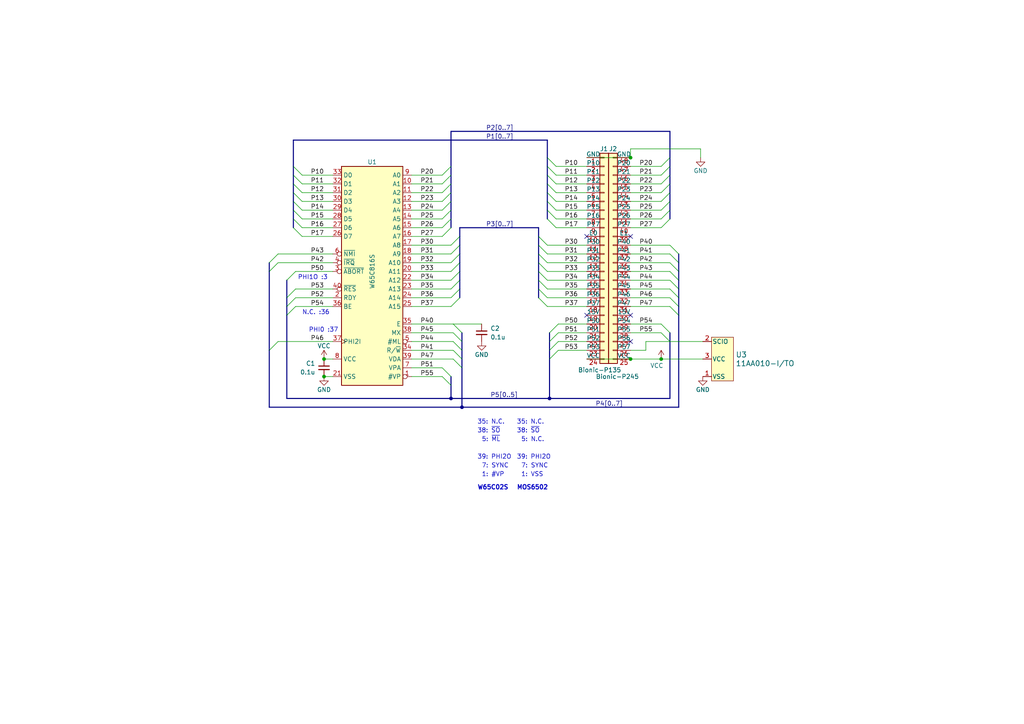
<source format=kicad_sch>
(kicad_sch (version 20230121) (generator eeschema)
  (paper "A4")
  (title_block (title "BionicMOS6502") (date "2024-03-13") (rev "4") (company "Tadashi G. Takaoka"))
  (lib_symbols
    (symbol "0-LocalLibrary:11AA010-I_TO" (pin_names (offset 0.254))
      (property "Reference" "U" (at 2.54 1.27 0))
      (property "Value" "11AA010-I/TO" (at 3.81 -13.97 0))
      (symbol "11AA010-I_TO_1_1"
        (rectangle (start 0 0) (end 6.35 -12.7) (fill (type background)))
        (pin power_in line (at -2.54 -11.43 0) (length 2.54) (name "VSS") (number "1"))
        (pin bidirectional line (at -2.54 -1.27 0) (length 2.54) (name "SCIO") (number "2"))
        (pin power_in line (at -2.54 -6.35 0) (length 2.54) (name "VCC") (number "3"))
      )
    )
    (symbol "0-LocalLibrary:Bionic-P135" (pin_names (offset 0))
      (property "Reference" "J" (at 0 30.48 0))
      (property "Value" "Bionic-P135" (at -1.27 -33.02 0))
      (symbol "Bionic-P135_1_1"
        (rectangle (start -1.27 -30.353) (end 0 -30.607) (stroke (width 0.1524)))
        (rectangle (start -1.27 -27.813) (end 0 -28.067) (stroke (width 0.1524)))
        (rectangle (start -1.27 -25.273) (end 0 -25.527) (stroke (width 0.1524)))
        (rectangle (start -1.27 -22.733) (end 0 -22.987) (stroke (width 0.1524)))
        (rectangle (start -1.27 -20.193) (end 0 -20.447) (stroke (width 0.1524)))
        (rectangle (start -1.27 -17.653) (end 0 -17.907) (stroke (width 0.1524)))
        (rectangle (start -1.27 -15.113) (end 0 -15.367) (stroke (width 0.1524)))
        (rectangle (start -1.27 -12.573) (end 0 -12.827) (stroke (width 0.1524)))
        (rectangle (start -1.27 -10.033) (end 0 -10.287) (stroke (width 0.1524)))
        (rectangle (start -1.27 -7.493) (end 0 -7.747) (stroke (width 0.1524)))
        (rectangle (start -1.27 -4.953) (end 0 -5.207) (stroke (width 0.1524)))
        (rectangle (start -1.27 -2.413) (end 0 -2.667) (stroke (width 0.1524)))
        (rectangle (start -1.27 0.127) (end 0 -0.127) (stroke (width 0.1524)))
        (rectangle (start -1.27 2.667) (end 0 2.413) (stroke (width 0.1524)))
        (rectangle (start -1.27 5.207) (end 0 4.953) (stroke (width 0.1524)))
        (rectangle (start -1.27 7.747) (end 0 7.493) (stroke (width 0.1524)))
        (rectangle (start -1.27 10.287) (end 0 10.033) (stroke (width 0.1524)))
        (rectangle (start -1.27 12.827) (end 0 12.573) (stroke (width 0.1524)))
        (rectangle (start -1.27 15.367) (end 0 15.113) (stroke (width 0.1524)))
        (rectangle (start -1.27 17.907) (end 0 17.653) (stroke (width 0.1524)))
        (rectangle (start -1.27 20.447) (end 0 20.193) (stroke (width 0.1524)))
        (rectangle (start -1.27 22.987) (end 0 22.733) (stroke (width 0.1524)))
        (rectangle (start -1.27 25.527) (end 0 25.273) (stroke (width 0.1524)))
        (rectangle (start -1.27 28.067) (end 0 27.813) (stroke (width 0.1524)))
        (rectangle (start -1.27 29.21) (end 1.27 -31.75) (stroke (width 0.254)) (fill (type background)))
        (pin power_out line (at -5.08 27.94 0) (length 3.81) (name "GND") (number "1"))
        (pin bidirectional line (at -5.08 5.08 0) (length 3.81) (name "E0") (number "10"))
        (pin bidirectional line (at -5.08 2.54 0) (length 3.81) (name "P30") (number "11"))
        (pin bidirectional line (at -5.08 0 0) (length 3.81) (name "P31") (number "12"))
        (pin bidirectional line (at -5.08 -2.54 0) (length 3.81) (name "P32") (number "13"))
        (pin bidirectional line (at -5.08 -5.08 0) (length 3.81) (name "P33") (number "14"))
        (pin bidirectional line (at -5.08 -7.62 0) (length 3.81) (name "P34") (number "15"))
        (pin bidirectional line (at -5.08 -10.16 0) (length 3.81) (name "P35") (number "16"))
        (pin bidirectional line (at -5.08 -12.7 0) (length 3.81) (name "P36") (number "17"))
        (pin bidirectional line (at -5.08 -15.24 0) (length 3.81) (name "P37") (number "18"))
        (pin power_out line (at -5.08 -17.78 0) (length 3.81) (name "15V") (number "19"))
        (pin bidirectional line (at -5.08 25.4 0) (length 3.81) (name "P10") (number "2"))
        (pin bidirectional line (at -5.08 -20.32 0) (length 3.81) (name "P50") (number "20"))
        (pin bidirectional line (at -5.08 -22.86 0) (length 3.81) (name "P51") (number "21"))
        (pin bidirectional line (at -5.08 -25.4 0) (length 3.81) (name "P52") (number "22"))
        (pin bidirectional line (at -5.08 -27.94 0) (length 3.81) (name "P53") (number "23"))
        (pin power_out line (at -5.08 -30.48 0) (length 3.81) (name "VCC") (number "24"))
        (pin bidirectional line (at -5.08 22.86 0) (length 3.81) (name "P11") (number "3"))
        (pin bidirectional line (at -5.08 20.32 0) (length 3.81) (name "P12") (number "4"))
        (pin bidirectional line (at -5.08 17.78 0) (length 3.81) (name "P13") (number "5"))
        (pin bidirectional line (at -5.08 15.24 0) (length 3.81) (name "P14") (number "6"))
        (pin bidirectional line (at -5.08 12.7 0) (length 3.81) (name "P15") (number "7"))
        (pin bidirectional line (at -5.08 10.16 0) (length 3.81) (name "P16") (number "8"))
        (pin bidirectional line (at -5.08 7.62 0) (length 3.81) (name "P17") (number "9"))
      )
    )
    (symbol "0-LocalLibrary:Bionic-P245" (pin_names (offset 0))
      (property "Reference" "J" (at -3.81 30.48 0))
      (property "Value" "Bionic-P245" (at -1.27 -33.02 0))
      (symbol "Bionic-P245_1_1"
        (rectangle (start -5.08 -31.75) (end -2.54 29.21) (stroke (width 0.254)) (fill (type background)))
        (rectangle (start -3.81 -30.607) (end -2.54 -30.353) (stroke (width 0.1524)))
        (rectangle (start -3.81 -28.067) (end -2.54 -27.813) (stroke (width 0.1524)))
        (rectangle (start -3.81 -25.527) (end -2.54 -25.273) (stroke (width 0.1524)))
        (rectangle (start -3.81 -22.987) (end -2.54 -22.733) (stroke (width 0.1524)))
        (rectangle (start -3.81 -20.447) (end -2.54 -20.193) (stroke (width 0.1524)))
        (rectangle (start -3.81 -17.907) (end -2.54 -17.653) (stroke (width 0.1524)))
        (rectangle (start -3.81 -15.367) (end -2.54 -15.113) (stroke (width 0.1524)))
        (rectangle (start -3.81 -12.827) (end -2.54 -12.573) (stroke (width 0.1524)))
        (rectangle (start -3.81 -10.287) (end -2.54 -10.033) (stroke (width 0.1524)))
        (rectangle (start -3.81 -7.747) (end -2.54 -7.493) (stroke (width 0.1524)))
        (rectangle (start -3.81 -5.207) (end -2.54 -4.953) (stroke (width 0.1524)))
        (rectangle (start -3.81 -2.667) (end -2.54 -2.413) (stroke (width 0.1524)))
        (rectangle (start -3.81 -0.127) (end -2.54 0.127) (stroke (width 0.1524)))
        (rectangle (start -3.81 2.413) (end -2.54 2.667) (stroke (width 0.1524)))
        (rectangle (start -3.81 4.953) (end -2.54 5.207) (stroke (width 0.1524)))
        (rectangle (start -3.81 7.493) (end -2.54 7.747) (stroke (width 0.1524)))
        (rectangle (start -3.81 10.033) (end -2.54 10.287) (stroke (width 0.1524)))
        (rectangle (start -3.81 12.573) (end -2.54 12.827) (stroke (width 0.1524)))
        (rectangle (start -3.81 15.113) (end -2.54 15.367) (stroke (width 0.1524)))
        (rectangle (start -3.81 17.653) (end -2.54 17.907) (stroke (width 0.1524)))
        (rectangle (start -3.81 20.193) (end -2.54 20.447) (stroke (width 0.1524)))
        (rectangle (start -3.81 22.733) (end -2.54 22.987) (stroke (width 0.1524)))
        (rectangle (start -3.81 25.273) (end -2.54 25.527) (stroke (width 0.1524)))
        (rectangle (start -3.81 27.813) (end -2.54 28.067) (stroke (width 0.1524)))
        (pin power_in line (at 1.27 -30.48 180) (length 3.81) (name "VCC") (number "25"))
        (pin bidirectional line (at 1.27 -27.94 180) (length 3.81) (name "P57") (number "26"))
        (pin bidirectional line (at 1.27 -25.4 180) (length 3.81) (name "P56") (number "27"))
        (pin bidirectional line (at 1.27 -22.86 180) (length 3.81) (name "P55") (number "28"))
        (pin bidirectional line (at 1.27 -20.32 180) (length 3.81) (name "P54") (number "29"))
        (pin power_in line (at 1.27 -17.78 180) (length 3.81) (name "15V") (number "30"))
        (pin bidirectional line (at 1.27 -15.24 180) (length 3.81) (name "P47") (number "31"))
        (pin bidirectional line (at 1.27 -12.7 180) (length 3.81) (name "P46") (number "32"))
        (pin bidirectional line (at 1.27 -10.16 180) (length 3.81) (name "P45") (number "33"))
        (pin bidirectional line (at 1.27 -7.62 180) (length 3.81) (name "P44") (number "34"))
        (pin bidirectional line (at 1.27 -5.08 180) (length 3.81) (name "P43") (number "35"))
        (pin bidirectional line (at 1.27 -2.54 180) (length 3.81) (name "P42") (number "36"))
        (pin bidirectional line (at 1.27 0 180) (length 3.81) (name "P41") (number "37"))
        (pin bidirectional line (at 1.27 2.54 180) (length 3.81) (name "P40") (number "38"))
        (pin bidirectional line (at 1.27 5.08 180) (length 3.81) (name "E1") (number "39"))
        (pin bidirectional line (at 1.27 7.62 180) (length 3.81) (name "P27") (number "40"))
        (pin bidirectional line (at 1.27 10.16 180) (length 3.81) (name "P26") (number "41"))
        (pin bidirectional line (at 1.27 12.7 180) (length 3.81) (name "P25") (number "42"))
        (pin bidirectional line (at 1.27 15.24 180) (length 3.81) (name "P24") (number "43"))
        (pin bidirectional line (at 1.27 17.78 180) (length 3.81) (name "P23") (number "44"))
        (pin bidirectional line (at 1.27 20.32 180) (length 3.81) (name "P22") (number "45"))
        (pin bidirectional line (at 1.27 22.86 180) (length 3.81) (name "P21") (number "46"))
        (pin bidirectional line (at 1.27 25.4 180) (length 3.81) (name "P20") (number "47"))
        (pin power_in line (at 1.27 27.94 180) (length 3.81) (name "GND") (number "48"))
      )
    )
    (symbol "0-LocalLibrary:W65C816S"
      (property "Reference" "U" (at -1.27 31.75 0))
      (property "Value" "W65C816S" (at 0 -3.81 90))
      (symbol "W65C816S_0_0"
        (pin output line (at 11.43 -15.24 180) (length 2.54) (name "E") (number "35"))
        (pin input line (at -11.43 -10.16 0) (length 2.54) (name "BE") (number "36"))
        (pin output inverted (at 11.43 -20.32 180) (length 2.54) (name "#ML") (number "5"))
      )
      (symbol "W65C816S_0_1"
        (rectangle (start -8.89 -33.02) (end 8.89 30.48) (stroke (width 0.254)) (fill (type background)))
      )
      (symbol "W65C816S_1_1"
        (pin output inverted (at 11.43 -30.48 180) (length 2.54) (name "#VP") (number "1"))
        (pin output line (at 11.43 25.4 180) (length 2.54) (name "A1") (number "10"))
        (pin output line (at 11.43 22.86 180) (length 2.54) (name "A2") (number "11"))
        (pin output line (at 11.43 20.32 180) (length 2.54) (name "A3") (number "12"))
        (pin output line (at 11.43 17.78 180) (length 2.54) (name "A4") (number "13"))
        (pin output line (at 11.43 15.24 180) (length 2.54) (name "A5") (number "14"))
        (pin output line (at 11.43 12.7 180) (length 2.54) (name "A6") (number "15"))
        (pin output line (at 11.43 10.16 180) (length 2.54) (name "A7") (number "16"))
        (pin output line (at 11.43 7.62 180) (length 2.54) (name "A8") (number "17"))
        (pin output line (at 11.43 5.08 180) (length 2.54) (name "A9") (number "18"))
        (pin output line (at 11.43 2.54 180) (length 2.54) (name "A10") (number "19"))
        (pin input line (at -11.43 -7.62 0) (length 2.54) (name "RDY") (number "2"))
        (pin output line (at 11.43 0 180) (length 2.54) (name "A11") (number "20"))
        (pin power_in line (at -11.43 -30.48 0) (length 2.54) (name "VSS") (number "21"))
        (pin output line (at 11.43 -2.54 180) (length 2.54) (name "A12") (number "22"))
        (pin output line (at 11.43 -5.08 180) (length 2.54) (name "A13") (number "23"))
        (pin output line (at 11.43 -7.62 180) (length 2.54) (name "A14") (number "24"))
        (pin output line (at 11.43 -10.16 180) (length 2.54) (name "A15") (number "25"))
        (pin bidirectional line (at -11.43 10.16 0) (length 2.54) (name "D7") (number "26"))
        (pin bidirectional line (at -11.43 12.7 0) (length 2.54) (name "D6") (number "27"))
        (pin bidirectional line (at -11.43 15.24 0) (length 2.54) (name "D5") (number "28"))
        (pin bidirectional line (at -11.43 17.78 0) (length 2.54) (name "D4") (number "29"))
        (pin input inverted (at -11.43 0 0) (length 2.54) (name "~{ABORT}") (number "3"))
        (pin bidirectional line (at -11.43 20.32 0) (length 2.54) (name "D3") (number "30"))
        (pin bidirectional line (at -11.43 22.86 0) (length 2.54) (name "D2") (number "31"))
        (pin bidirectional line (at -11.43 25.4 0) (length 2.54) (name "D1") (number "32"))
        (pin bidirectional line (at -11.43 27.94 0) (length 2.54) (name "D0") (number "33"))
        (pin output line (at 11.43 -22.86 180) (length 2.54) (name "R/~{W}") (number "34"))
        (pin input clock (at -11.43 -20.32 0) (length 2.54) (name "PHI2I") (number "37"))
        (pin output line (at 11.43 -17.78 180) (length 2.54) (name "MX") (number "38"))
        (pin output line (at 11.43 -25.4 180) (length 2.54) (name "VDA") (number "39"))
        (pin input inverted (at -11.43 2.54 0) (length 2.54) (name "~{IRQ}") (number "4"))
        (pin input inverted (at -11.43 -5.08 0) (length 2.54) (name "~{RES}") (number "40"))
        (pin input inverted (at -11.43 5.08 0) (length 2.54) (name "~{NMI}") (number "6"))
        (pin output line (at 11.43 -27.94 180) (length 2.54) (name "VPA") (number "7"))
        (pin power_in line (at -11.43 -25.4 0) (length 2.54) (name "VCC") (number "8"))
        (pin output line (at 11.43 27.94 180) (length 2.54) (name "A0") (number "9"))
      )
    )
    (symbol "Device:C_Small" (pin_numbers hide) (pin_names (offset 0.254) hide)
      (property "Reference" "C" (at 0.254 1.778 0))
      (property "Value" "C_Small" (at 0.254 -2.032 0))
      (symbol "C_Small_0_1"
        (polyline (pts (xy -1.524 -0.508) (xy 1.524 -0.508)) (stroke (width 0.3302)))
        (polyline (pts (xy -1.524 0.508) (xy 1.524 0.508)) (stroke (width 0.3048)))
      )
      (symbol "C_Small_1_1"
        (pin passive line (at 0 2.54 270) (length 2.032) (name "~") (number "1"))
        (pin passive line (at 0 -2.54 90) (length 2.032) (name "~") (number "2"))
      )
    )
    (symbol "power:GND" (power) (pin_names (offset 0))
      (property "Value" "GND" (at 0 -3.81 0))
      (symbol "GND_0_1"
        (polyline (pts (xy 0 0) (xy 0 -1.27) (xy 1.27 -1.27) (xy 0 -2.54) (xy -1.27 -1.27) (xy 0 -1.27)))
      )
      (symbol "GND_1_1"
        (pin power_in line (at 0 0 270) (length 0) hide (name "GND") (number "1"))
      )
    )
    (symbol "power:VCC" (power) (pin_names (offset 0))
      (property "Value" "VCC" (at 0 3.81 0))
      (symbol "VCC_0_1"
        (polyline (pts (xy -0.762 1.27) (xy 0 2.54)))
        (polyline (pts (xy 0 0) (xy 0 2.54)))
        (polyline (pts (xy 0 2.54) (xy 0.762 1.27)))
      )
      (symbol "VCC_1_1"
        (pin power_in line (at 0 0 90) (length 0) hide (name "VCC") (number "1"))
      )
    )
  )
  (junction (at 159.385 115.57))
  (junction (at 93.98 109.22))
  (junction (at 182.88 104.14))
  (junction (at 191.77 104.14))
  (junction (at 133.985 118.11))
  (junction (at 182.88 45.72))
  (junction (at 130.81 115.57))
  (junction (at 93.98 104.14))
  (no_connect (at 170.18 68.58))
  (no_connect (at 182.88 68.58))
  (no_connect (at 182.88 99.06))
  (no_connect (at 170.18 91.44))
  (no_connect (at 182.88 91.44))
  (bus_entry (at 83.185 81.28) (size 2.54 -2.54))
  (bus_entry (at 87.63 60.96) (size -2.54 -2.54))
  (bus_entry (at 87.63 66.04) (size -2.54 -2.54))
  (bus_entry (at 85.725 88.9) (size -2.54 2.54))
  (bus_entry (at 130.81 50.8) (size -2.54 2.54))
  (bus_entry (at 130.81 71.12) (size 2.54 -2.54))
  (bus_entry (at 130.81 53.34) (size -2.54 2.54))
  (bus_entry (at 194.31 73.66) (size 2.54 2.54))
  (bus_entry (at 156.21 73.66) (size 2.54 2.54))
  (bus_entry (at 130.81 60.96) (size -2.54 2.54))
  (bus_entry (at 87.63 58.42) (size -2.54 -2.54))
  (bus_entry (at 191.77 93.98) (size 2.54 2.54))
  (bus_entry (at 130.81 81.28) (size 2.54 -2.54))
  (bus_entry (at 161.29 58.42) (size -2.54 -2.54))
  (bus_entry (at 130.81 58.42) (size -2.54 2.54))
  (bus_entry (at 194.31 55.88) (size -2.54 2.54))
  (bus_entry (at 85.725 86.36) (size -2.54 2.54))
  (bus_entry (at 161.29 50.8) (size -2.54 -2.54))
  (bus_entry (at 131.445 101.6) (size 2.54 2.54))
  (bus_entry (at 194.31 83.82) (size 2.54 2.54))
  (bus_entry (at 130.81 76.2) (size 2.54 -2.54))
  (bus_entry (at 133.985 101.6) (size -2.54 -2.54))
  (bus_entry (at 131.445 104.14) (size 2.54 2.54))
  (bus_entry (at 194.31 63.5) (size -2.54 2.54))
  (bus_entry (at 87.63 53.34) (size -2.54 -2.54))
  (bus_entry (at 161.29 60.96) (size -2.54 -2.54))
  (bus_entry (at 194.31 78.74) (size 2.54 2.54))
  (bus_entry (at 130.81 86.36) (size 2.54 -2.54))
  (bus_entry (at 194.31 86.36) (size 2.54 2.54))
  (bus_entry (at 194.31 48.26) (size -2.54 2.54))
  (bus_entry (at 78.105 76.2) (size 2.54 -2.54))
  (bus_entry (at 87.63 50.8) (size -2.54 -2.54))
  (bus_entry (at 156.21 76.2) (size 2.54 2.54))
  (bus_entry (at 130.81 55.88) (size -2.54 2.54))
  (bus_entry (at 130.81 78.74) (size 2.54 -2.54))
  (bus_entry (at 80.645 99.06) (size -2.54 2.54))
  (bus_entry (at 161.29 55.88) (size -2.54 -2.54))
  (bus_entry (at 156.21 71.12) (size 2.54 2.54))
  (bus_entry (at 194.31 71.12) (size 2.54 2.54))
  (bus_entry (at 130.81 63.5) (size -2.54 2.54))
  (bus_entry (at 161.925 101.6) (size -2.54 2.54))
  (bus_entry (at 130.81 48.26) (size -2.54 2.54))
  (bus_entry (at 130.81 73.66) (size 2.54 -2.54))
  (bus_entry (at 87.63 55.88) (size -2.54 -2.54))
  (bus_entry (at 194.31 45.72) (size -2.54 2.54))
  (bus_entry (at 194.31 50.8) (size -2.54 2.54))
  (bus_entry (at 194.31 53.34) (size -2.54 2.54))
  (bus_entry (at 156.21 81.28) (size 2.54 2.54))
  (bus_entry (at 156.21 83.82) (size 2.54 2.54))
  (bus_entry (at 130.81 88.9) (size 2.54 -2.54))
  (bus_entry (at 128.27 106.68) (size 2.54 2.54))
  (bus_entry (at 194.31 76.2) (size 2.54 2.54))
  (bus_entry (at 191.77 96.52) (size 2.54 2.54))
  (bus_entry (at 156.21 78.74) (size 2.54 2.54))
  (bus_entry (at 194.31 58.42) (size -2.54 2.54))
  (bus_entry (at 128.27 109.22) (size 2.54 2.54))
  (bus_entry (at 161.925 99.06) (size -2.54 2.54))
  (bus_entry (at 158.75 71.12) (size -2.54 -2.54))
  (bus_entry (at 194.31 81.28) (size 2.54 2.54))
  (bus_entry (at 87.63 68.58) (size -2.54 -2.54))
  (bus_entry (at 194.31 60.96) (size -2.54 2.54))
  (bus_entry (at 161.29 48.26) (size -2.54 -2.54))
  (bus_entry (at 130.81 83.82) (size 2.54 -2.54))
  (bus_entry (at 161.29 66.04) (size -2.54 -2.54))
  (bus_entry (at 87.63 63.5) (size -2.54 -2.54))
  (bus_entry (at 133.985 99.06) (size -2.54 -2.54))
  (bus_entry (at 161.925 93.98) (size -2.54 2.54))
  (bus_entry (at 161.29 63.5) (size -2.54 -2.54))
  (bus_entry (at 161.925 96.52) (size -2.54 2.54))
  (bus_entry (at 194.31 88.9) (size 2.54 2.54))
  (bus_entry (at 156.21 86.36) (size 2.54 2.54))
  (bus_entry (at 78.105 78.74) (size 2.54 -2.54))
  (bus_entry (at 161.29 53.34) (size -2.54 -2.54))
  (bus_entry (at 85.725 83.82) (size -2.54 2.54))
  (bus_entry (at 130.81 66.04) (size -2.54 2.54))
  (bus_entry (at 131.445 93.98) (size 2.54 2.54))
  (bus (pts (xy 133.35 68.58) (xy 133.35 71.12)))
  (bus (pts (xy 130.81 48.26) (xy 130.81 50.8)))
  (wire (pts (xy 96.52 50.8) (xy 87.63 50.8)))
  (wire (pts (xy 119.38 81.28) (xy 130.81 81.28)))
  (bus (pts (xy 156.21 68.58) (xy 156.21 71.12)))
  (bus (pts (xy 158.75 45.72) (xy 158.75 48.26)))
  (bus (pts (xy 85.09 53.34) (xy 85.09 55.88)))
  (bus (pts (xy 133.35 76.2) (xy 133.35 78.74)))
  (bus (pts (xy 194.31 99.06) (xy 194.31 115.57)))
  (wire (pts (xy 119.38 93.98) (xy 131.445 93.98)))
  (bus (pts (xy 130.81 115.57) (xy 159.385 115.57)))
  (wire (pts (xy 161.925 96.52) (xy 170.18 96.52)))
  (wire (pts (xy 119.38 78.74) (xy 130.81 78.74)))
  (bus (pts (xy 78.105 101.6) (xy 78.105 118.11)))
  (wire (pts (xy 182.88 76.2) (xy 194.31 76.2)))
  (bus (pts (xy 156.21 81.28) (xy 156.21 83.82)))
  (bus (pts (xy 196.85 73.66) (xy 196.85 76.2)))
  (bus (pts (xy 85.09 60.96) (xy 85.09 63.5)))
  (bus (pts (xy 130.81 55.88) (xy 130.81 58.42)))
  (wire (pts (xy 119.38 60.96) (xy 128.27 60.96)))
  (wire (pts (xy 161.925 93.98) (xy 170.18 93.98)))
  (bus (pts (xy 78.105 118.11) (xy 133.985 118.11)))
  (wire (pts (xy 182.88 60.96) (xy 191.77 60.96)))
  (bus (pts (xy 133.35 71.12) (xy 133.35 73.66)))
  (wire (pts (xy 119.38 55.88) (xy 128.27 55.88)))
  (wire (pts (xy 119.38 104.14) (xy 131.445 104.14)))
  (wire (pts (xy 182.88 43.18) (xy 203.2 43.18)))
  (wire (pts (xy 93.98 104.14) (xy 96.52 104.14)))
  (wire (pts (xy 96.52 58.42) (xy 87.63 58.42)))
  (bus (pts (xy 130.81 109.22) (xy 130.81 111.76)))
  (wire (pts (xy 182.88 101.6) (xy 187.325 101.6)))
  (wire (pts (xy 96.52 66.04) (xy 87.63 66.04)))
  (wire (pts (xy 194.31 81.28) (xy 182.88 81.28)))
  (wire (pts (xy 182.88 88.9) (xy 194.31 88.9)))
  (bus (pts (xy 156.21 73.66) (xy 156.21 76.2)))
  (wire (pts (xy 182.88 86.36) (xy 194.31 86.36)))
  (wire (pts (xy 119.38 96.52) (xy 131.445 96.52)))
  (wire (pts (xy 161.925 101.6) (xy 170.18 101.6)))
  (wire (pts (xy 170.18 55.88) (xy 161.29 55.88)))
  (wire (pts (xy 170.18 53.34) (xy 161.29 53.34)))
  (bus (pts (xy 158.75 53.34) (xy 158.75 55.88)))
  (bus (pts (xy 130.81 50.8) (xy 130.81 53.34)))
  (bus (pts (xy 83.185 81.28) (xy 83.185 86.36)))
  (wire (pts (xy 182.88 96.52) (xy 191.77 96.52)))
  (wire (pts (xy 170.18 76.2) (xy 158.75 76.2)))
  (bus (pts (xy 83.185 88.9) (xy 83.185 91.44)))
  (bus (pts (xy 133.985 101.6) (xy 133.985 104.14)))
  (wire (pts (xy 182.88 66.04) (xy 191.77 66.04)))
  (bus (pts (xy 133.35 66.04) (xy 156.21 66.04)))
  (bus (pts (xy 194.31 53.34) (xy 194.31 55.88)))
  (wire (pts (xy 96.52 68.58) (xy 87.63 68.58)))
  (wire (pts (xy 85.725 83.82) (xy 96.52 83.82)))
  (bus (pts (xy 156.21 66.04) (xy 156.21 68.58)))
  (wire (pts (xy 119.38 101.6) (xy 131.445 101.6)))
  (wire (pts (xy 119.38 58.42) (xy 128.27 58.42)))
  (wire (pts (xy 170.18 71.12) (xy 158.75 71.12)))
  (wire (pts (xy 170.18 81.28) (xy 158.75 81.28)))
  (wire (pts (xy 170.18 73.66) (xy 158.75 73.66)))
  (wire (pts (xy 96.52 86.36) (xy 85.725 86.36)))
  (bus (pts (xy 133.985 118.11) (xy 196.85 118.11)))
  (wire (pts (xy 96.52 55.88) (xy 87.63 55.88)))
  (bus (pts (xy 158.75 55.88) (xy 158.75 58.42)))
  (bus (pts (xy 133.35 81.28) (xy 133.35 83.82)))
  (wire (pts (xy 161.925 99.06) (xy 170.18 99.06)))
  (bus (pts (xy 194.31 96.52) (xy 194.31 99.06)))
  (wire (pts (xy 182.88 93.98) (xy 191.77 93.98)))
  (wire (pts (xy 96.52 63.5) (xy 87.63 63.5)))
  (bus (pts (xy 159.385 99.06) (xy 159.385 101.6)))
  (bus (pts (xy 158.75 58.42) (xy 158.75 60.96)))
  (bus (pts (xy 159.385 104.14) (xy 159.385 115.57)))
  (bus (pts (xy 85.09 50.8) (xy 85.09 53.34)))
  (bus (pts (xy 85.09 63.5) (xy 85.09 66.04)))
  (wire (pts (xy 182.88 55.88) (xy 191.77 55.88)))
  (wire (pts (xy 170.18 63.5) (xy 161.29 63.5)))
  (bus (pts (xy 158.75 48.26) (xy 158.75 50.8)))
  (wire (pts (xy 85.725 88.9) (xy 96.52 88.9)))
  (bus (pts (xy 196.85 76.2) (xy 196.85 78.74)))
  (bus (pts (xy 130.81 60.96) (xy 130.81 63.5)))
  (bus (pts (xy 133.35 68.58) (xy 133.35 66.04)))
  (bus (pts (xy 194.31 60.96) (xy 194.31 63.5)))
  (bus (pts (xy 130.81 111.76) (xy 130.81 115.57)))
  (bus (pts (xy 130.81 53.34) (xy 130.81 55.88)))
  (wire (pts (xy 80.645 99.06) (xy 96.52 99.06)))
  (wire (pts (xy 93.98 109.22) (xy 96.52 109.22)))
  (wire (pts (xy 119.38 63.5) (xy 128.27 63.5)))
  (bus (pts (xy 133.985 96.52) (xy 133.985 99.06)))
  (bus (pts (xy 196.85 81.28) (xy 196.85 83.82)))
  (wire (pts (xy 170.18 78.74) (xy 158.75 78.74)))
  (wire (pts (xy 182.88 73.66) (xy 194.31 73.66)))
  (bus (pts (xy 194.31 48.26) (xy 194.31 50.8)))
  (wire (pts (xy 170.18 58.42) (xy 161.29 58.42)))
  (wire (pts (xy 182.88 43.18) (xy 182.88 45.72)))
  (wire (pts (xy 119.38 99.06) (xy 131.445 99.06)))
  (bus (pts (xy 78.105 76.2) (xy 78.105 78.74)))
  (wire (pts (xy 119.38 66.04) (xy 128.27 66.04)))
  (bus (pts (xy 130.81 63.5) (xy 130.81 66.04)))
  (wire (pts (xy 170.18 60.96) (xy 161.29 60.96)))
  (bus (pts (xy 196.85 78.74) (xy 196.85 81.28)))
  (wire (pts (xy 119.38 106.68) (xy 128.27 106.68)))
  (wire (pts (xy 119.38 109.22) (xy 128.27 109.22)))
  (wire (pts (xy 182.88 53.34) (xy 191.77 53.34)))
  (wire (pts (xy 182.88 50.8) (xy 191.77 50.8)))
  (bus (pts (xy 133.985 104.14) (xy 133.985 106.68)))
  (wire (pts (xy 80.645 76.2) (xy 96.52 76.2)))
  (bus (pts (xy 158.75 40.64) (xy 158.75 45.72)))
  (wire (pts (xy 85.725 78.74) (xy 96.52 78.74)))
  (bus (pts (xy 133.985 99.06) (xy 133.985 101.6)))
  (bus (pts (xy 85.09 40.64) (xy 85.09 48.26)))
  (wire (pts (xy 119.38 50.8) (xy 128.27 50.8)))
  (bus (pts (xy 156.21 76.2) (xy 156.21 78.74)))
  (bus (pts (xy 158.75 60.96) (xy 158.75 63.5)))
  (wire (pts (xy 182.88 83.82) (xy 194.31 83.82)))
  (wire (pts (xy 182.88 63.5) (xy 191.77 63.5)))
  (bus (pts (xy 85.09 55.88) (xy 85.09 58.42)))
  (wire (pts (xy 187.325 99.06) (xy 194.31 99.06)))
  (bus (pts (xy 156.21 78.74) (xy 156.21 81.28)))
  (wire (pts (xy 170.18 104.14) (xy 182.88 104.14)))
  (bus (pts (xy 158.75 50.8) (xy 158.75 53.34)))
  (wire (pts (xy 119.38 88.9) (xy 130.81 88.9)))
  (wire (pts (xy 170.18 50.8) (xy 161.29 50.8)))
  (wire (pts (xy 170.18 66.04) (xy 161.29 66.04)))
  (bus (pts (xy 194.31 38.1) (xy 194.31 45.72)))
  (bus (pts (xy 156.21 83.82) (xy 156.21 86.36)))
  (wire (pts (xy 158.75 86.36) (xy 170.18 86.36)))
  (wire (pts (xy 119.38 76.2) (xy 130.81 76.2)))
  (bus (pts (xy 85.09 48.26) (xy 85.09 50.8)))
  (wire (pts (xy 182.88 71.12) (xy 194.31 71.12)))
  (bus (pts (xy 85.09 40.64) (xy 158.75 40.64)))
  (bus (pts (xy 78.105 78.74) (xy 78.105 101.6)))
  (wire (pts (xy 170.18 83.82) (xy 158.75 83.82)))
  (bus (pts (xy 130.81 38.1) (xy 130.81 48.26)))
  (bus (pts (xy 194.31 58.42) (xy 194.31 60.96)))
  (wire (pts (xy 203.2 43.18) (xy 203.2 45.72)))
  (wire (pts (xy 119.38 71.12) (xy 130.81 71.12)))
  (wire (pts (xy 158.75 88.9) (xy 170.18 88.9)))
  (bus (pts (xy 83.185 86.36) (xy 83.185 88.9)))
  (wire (pts (xy 170.18 45.72) (xy 182.88 45.72)))
  (wire (pts (xy 119.38 53.34) (xy 128.27 53.34)))
  (wire (pts (xy 182.88 104.14) (xy 191.77 104.14)))
  (wire (pts (xy 187.325 101.6) (xy 187.325 99.06)))
  (bus (pts (xy 133.35 78.74) (xy 133.35 81.28)))
  (wire (pts (xy 194.31 99.06) (xy 203.835 99.06)))
  (wire (pts (xy 80.645 73.66) (xy 96.52 73.66)))
  (bus (pts (xy 194.31 45.72) (xy 194.31 48.26)))
  (wire (pts (xy 96.52 60.96) (xy 87.63 60.96)))
  (bus (pts (xy 133.35 83.82) (xy 133.35 86.36)))
  (bus (pts (xy 156.21 71.12) (xy 156.21 73.66)))
  (bus (pts (xy 159.385 96.52) (xy 159.385 99.06)))
  (bus (pts (xy 159.385 101.6) (xy 159.385 104.14)))
  (bus (pts (xy 196.85 86.36) (xy 196.85 88.9)))
  (bus (pts (xy 196.85 88.9) (xy 196.85 91.44)))
  (wire (pts (xy 170.18 48.26) (xy 161.29 48.26)))
  (wire (pts (xy 182.88 48.26) (xy 191.77 48.26)))
  (bus (pts (xy 130.81 58.42) (xy 130.81 60.96)))
  (wire (pts (xy 191.77 104.14) (xy 203.835 104.14)))
  (wire (pts (xy 119.38 68.58) (xy 128.27 68.58)))
  (wire (pts (xy 131.445 93.98) (xy 139.7 93.98)))
  (bus (pts (xy 159.385 115.57) (xy 194.31 115.57)))
  (bus (pts (xy 83.185 91.44) (xy 83.185 115.57)))
  (wire (pts (xy 119.38 86.36) (xy 130.81 86.36)))
  (wire (pts (xy 182.88 58.42) (xy 191.77 58.42)))
  (wire (pts (xy 182.88 78.74) (xy 194.31 78.74)))
  (bus (pts (xy 194.31 50.8) (xy 194.31 53.34)))
  (bus (pts (xy 83.185 115.57) (xy 130.81 115.57)))
  (bus (pts (xy 133.985 106.68) (xy 133.985 118.11)))
  (bus (pts (xy 85.09 58.42) (xy 85.09 60.96)))
  (wire (pts (xy 119.38 73.66) (xy 130.81 73.66)))
  (bus (pts (xy 196.85 91.44) (xy 196.85 118.11)))
  (bus (pts (xy 194.31 55.88) (xy 194.31 58.42)))
  (bus (pts (xy 130.81 38.1) (xy 194.31 38.1)))
  (wire (pts (xy 119.38 83.82) (xy 130.81 83.82)))
  (wire (pts (xy 96.52 53.34) (xy 87.63 53.34)))
  (bus (pts (xy 196.85 83.82) (xy 196.85 86.36)))
  (bus (pts (xy 133.35 73.66) (xy 133.35 76.2)))
  (text "N.C. :36" (at 87.63 91.44 0) (effects (font (size 1.27 1.27)) (justify left bottom)))
  (text "PHI0 :37" (at 89.535 96.52 0) (effects (font (size 1.27 1.27)) (justify left bottom)))
  (text "35: N.C." (at 138.43 123.19 0) (effects (font (size 1.27 1.27)) (justify left bottom)))
  (text "35: N.C." (at 149.86 123.19 0) (effects (font (size 1.27 1.27)) (justify left bottom)))
  (text "MOS6502" (at 149.86 142.24 0) (effects (font (size 1.27 1.27) (thickness 0.254) bold) (justify left bottom)))
  (text "5: N.C." (at 151.13 128.27 0) (effects (font (size 1.27 1.27)) (justify left bottom)))
  (text "W65C02S" (at 138.43 142.24 0) (effects (font (size 1.27 1.27) (thickness 0.254) bold) (justify left bottom)))
  (text "7: SYNC" (at 139.7 135.89 0) (effects (font (size 1.27 1.27)) (justify left bottom)))
  (text "PHI1O :3" (at 86.36 81.28 0) (effects (font (size 1.27 1.27)) (justify left bottom)))
  (text "39: PHI2O" (at 138.43 133.35 0) (effects (font (size 1.27 1.27)) (justify left bottom)))
  (text "1: VSS" (at 151.13 138.43 0) (effects (font (size 1.27 1.27)) (justify left bottom)))
  (text "39: PHI2O" (at 149.86 133.35 0) (effects (font (size 1.27 1.27)) (justify left bottom)))
  (text "5: ~{ML}" (at 139.7 128.27 0) (effects (font (size 1.27 1.27)) (justify left bottom)))
  (text "1: #VP" (at 139.7 138.43 0) (effects (font (size 1.27 1.27)) (justify left bottom)))
  (text "38: ~{SO}" (at 149.86 125.73 0) (effects (font (size 1.27 1.27)) (justify left bottom)))
  (text "38: ~{SO}" (at 138.43 125.73 0) (effects (font (size 1.27 1.27)) (justify left bottom)))
  (text "7: SYNC" (at 151.13 135.89 0) (effects (font (size 1.27 1.27)) (justify left bottom)))
  (label "P31" (at 121.92 73.66 0))
  (label "P23" (at 185.42 55.88 0))
  (label "P17" (at 93.98 68.58 180))
  (label "P13" (at 167.64 55.88 180))
  (label "P50" (at 167.64 93.98 180))
  (label "P17" (at 167.64 66.04 180))
  (label "P50" (at 93.98 78.74 180))
  (label "P14" (at 93.98 60.96 180))
  (label "P34" (at 167.64 81.28 180))
  (label "P2[0..7]" (at 140.97 38.1 0))
  (label "P16" (at 167.64 63.5 180))
  (label "P42" (at 185.42 76.2 0))
  (label "P16" (at 93.98 66.04 180))
  (label "P27" (at 121.92 68.58 0))
  (label "P14" (at 167.64 58.42 180))
  (label "P47" (at 185.42 88.9 0))
  (label "P41" (at 185.42 73.66 0))
  (label "P11" (at 93.98 53.34 180))
  (label "P11" (at 167.64 50.8 180))
  (label "P46" (at 185.42 86.36 0))
  (label "P25" (at 121.92 63.5 0))
  (label "P44" (at 185.42 81.28 0))
  (label "P53" (at 167.64 101.6 180))
  (label "P5[0..5]" (at 142.24 115.57 0))
  (label "P54" (at 93.98 88.9 180))
  (label "P15" (at 167.64 60.96 180))
  (label "P37" (at 167.64 88.9 180))
  (label "P30" (at 121.92 71.12 0))
  (label "P44" (at 121.92 99.06 0))
  (label "P26" (at 121.92 66.04 0))
  (label "P24" (at 185.42 58.42 0))
  (label "P32" (at 167.64 76.2 180))
  (label "P36" (at 121.92 86.36 0))
  (label "P43" (at 93.98 73.66 180))
  (label "P53" (at 93.98 83.82 180))
  (label "P34" (at 121.92 81.28 0))
  (label "P20" (at 121.92 50.8 0))
  (label "P32" (at 121.92 76.2 0))
  (label "P37" (at 121.92 88.9 0))
  (label "P33" (at 121.92 78.74 0))
  (label "P4[0..7]" (at 172.72 118.11 0))
  (label "P22" (at 121.92 55.88 0))
  (label "P21" (at 185.42 50.8 0))
  (label "P42" (at 93.98 76.2 180))
  (label "P54" (at 185.42 93.98 0))
  (label "P40" (at 185.42 71.12 0))
  (label "P21" (at 121.92 53.34 0))
  (label "P45" (at 121.92 96.52 0))
  (label "P33" (at 167.64 78.74 180))
  (label "P27" (at 185.42 66.04 0))
  (label "P45" (at 185.42 83.82 0))
  (label "P52" (at 167.64 99.06 180))
  (label "P35" (at 167.64 83.82 180))
  (label "P3[0..7]" (at 140.97 66.04 0))
  (label "P40" (at 121.92 93.98 0))
  (label "P46" (at 93.98 99.06 180))
  (label "P12" (at 93.98 55.88 180))
  (label "P15" (at 93.98 63.5 180))
  (label "P30" (at 167.64 71.12 180))
  (label "P25" (at 185.42 60.96 0))
  (label "P12" (at 167.64 53.34 180))
  (label "P20" (at 185.42 48.26 0))
  (label "P41" (at 121.92 101.6 0))
  (label "P1[0..7]" (at 140.97 40.64 0))
  (label "P36" (at 167.64 86.36 180))
  (label "P13" (at 93.98 58.42 180))
  (label "P26" (at 185.42 63.5 0))
  (label "P10" (at 93.98 50.8 180))
  (label "P51" (at 167.64 96.52 180))
  (label "P55" (at 185.42 96.52 0))
  (label "P51" (at 121.92 106.68 0))
  (label "P55" (at 121.92 109.22 0))
  (label "P52" (at 93.98 86.36 180))
  (label "P31" (at 167.64 73.66 180))
  (label "P47" (at 121.92 104.14 0))
  (label "P35" (at 121.92 83.82 0))
  (label "P10" (at 167.64 48.26 180))
  (label "P24" (at 121.92 60.96 0))
  (label "P23" (at 121.92 58.42 0))
  (label "P43" (at 185.42 78.74 0))
  (label "P22" (at 185.42 53.34 0))
  (symbol (lib_id "Device:C_Small") (at 93.98 106.68 0) (mirror y) (unit 1)
    (property "Reference" "C1" (at 91.44 105.41 0) (effects (justify left)))
    (property "Value" "0.1u" (at 91.44 107.95 0) (effects (justify left)))
    (property "Footprint" "Capacitor_THT:C_Disc_D3.4mm_W2.1mm_P2.50mm" (effects hide))
  )
  (symbol (lib_id "0-LocalLibrary:W65C816S") (at 107.95 78.74 0) (unit 1)
    (property "Reference" "U1" (at 107.95 46.99 0))
    (property "Value" "W65C816S" (at 107.95 78.74 90))
    (property "Footprint" "Package_DIP:DIP-40_W15.24mm" (effects hide))
    (property "Datasheet" "http://archive.6502.org/datasheets/wdc_w65c816s_oct_11_2018.pdf" (effects hide))
  )
  (symbol (lib_id "power:GND") (at 139.7 99.06 0) (unit 1)
    (property "Reference" "#PWR02" (effects hide))
    (property "Value" "GND" (at 139.7 102.87 0))
  )
  (symbol (lib_id "0-LocalLibrary:Bionic-P135") (at 175.26 73.66 0) (unit 1)
    (property "Reference" "J1" (at 173.99 43.18 0) (effects (justify left)))
    (property "Value" "Bionic-P135" (at 167.64 107.315 0) (effects (justify left)))
    (property "Footprint" "connector:Bionic-P135_Vertical" (effects hide))
  )
  (symbol (lib_id "Device:C_Small") (at 139.7 96.52 0) (unit 1)
    (property "Reference" "C2" (at 142.24 95.2563 0) (effects (justify left)))
    (property "Value" "0.1u" (at 142.24 97.7963 0) (effects (justify left)))
    (property "Footprint" "Capacitor_THT:C_Disc_D3.4mm_W2.1mm_P2.50mm" (effects hide))
  )
  (symbol (lib_id "power:VCC") (at 191.77 104.14 0) (unit 1)
    (property "Reference" "#PWR01" (effects hide))
    (property "Value" "VCC" (at 190.5 106.045 0))
  )
  (symbol (lib_id "power:GND") (at 203.835 109.22 0) (unit 1)
    (property "Reference" "#PWR08" (effects hide))
    (property "Value" "GND" (at 203.835 113.03 0))
  )
  (symbol (lib_id "power:GND") (at 93.98 109.22 0) (unit 1)
    (property "Reference" "#PWR07" (effects hide))
    (property "Value" "GND" (at 93.98 113.03 0))
  )
  (symbol (lib_id "0-LocalLibrary:Bionic-P245") (at 181.61 73.66 0) (unit 1)
    (property "Reference" "J2" (at 177.8 43.18 0))
    (property "Value" "Bionic-P245" (at 179.07 109.22 0))
    (property "Footprint" "connector:Bionic-P245_Vertical" (effects hide))
  )
  (symbol (lib_id "power:GND") (at 203.2 45.72 0) (unit 1)
    (property "Reference" "#PWR05" (effects hide))
    (property "Value" "GND" (at 203.2 49.53 0))
  )
  (symbol (lib_id "power:VCC") (at 93.98 104.14 0) (unit 1)
    (property "Reference" "#PWR04" (effects hide))
    (property "Value" "VCC" (at 93.98 100.33 0))
  )
  (symbol (lib_id "0-LocalLibrary:11AA010-I_TO") (at 206.375 97.79 0) (unit 1)
    (property "Reference" "U3" (at 213.36 102.87 0) (effects (font (size 1.524 1.524)) (justify left)))
    (property "Value" "11AA010-I/TO" (at 213.36 105.41 0) (effects (font (size 1.524 1.524)) (justify left)))
    (property "Footprint" "microchip:TO-92_MC_MCH" (effects hide))
    (property "Datasheet" "11AA010-I/TO" (effects hide))
  )
)
</source>
